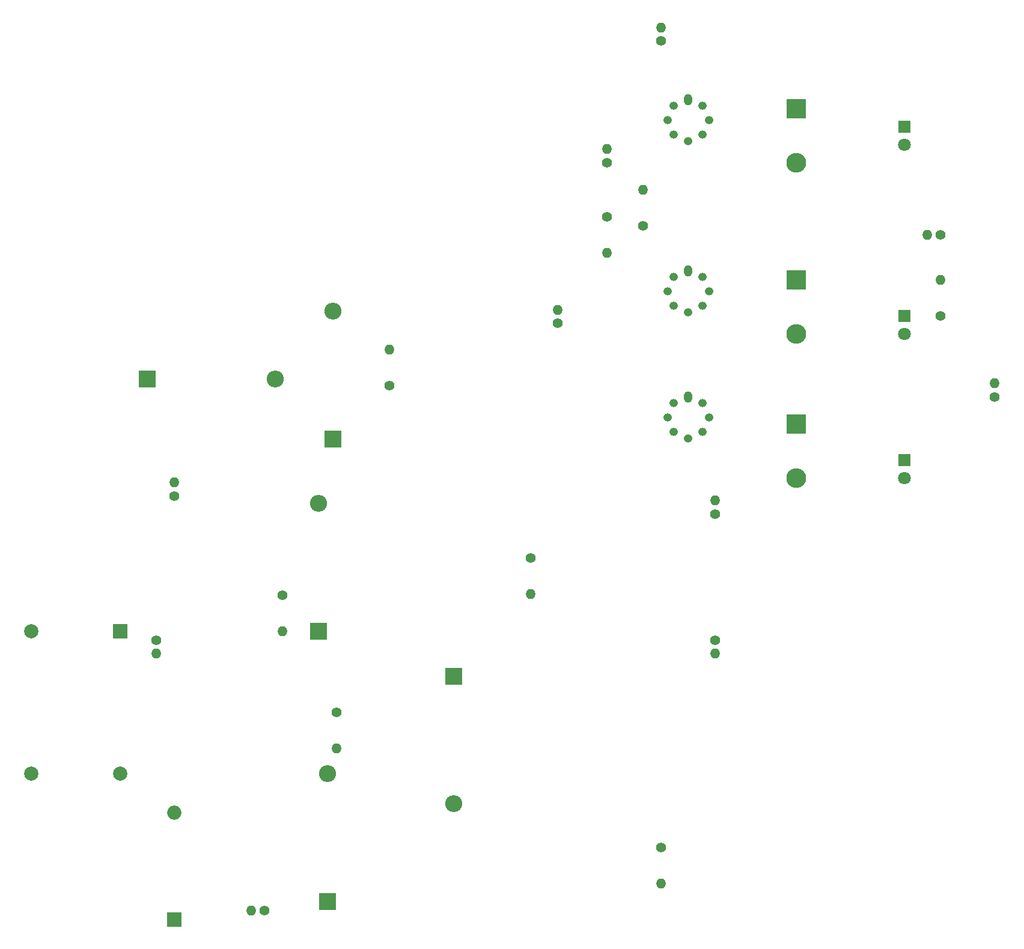
<source format=gbr>
%TF.GenerationSoftware,KiCad,Pcbnew,(5.1.10)-1*%
%TF.CreationDate,2021-06-04T17:59:31+02:00*%
%TF.ProjectId,_Real_EEE3088Project,5f526561-6c5f-4454-9545-333038385072,rev?*%
%TF.SameCoordinates,Original*%
%TF.FileFunction,Soldermask,Bot*%
%TF.FilePolarity,Negative*%
%FSLAX46Y46*%
G04 Gerber Fmt 4.6, Leading zero omitted, Abs format (unit mm)*
G04 Created by KiCad (PCBNEW (5.1.10)-1) date 2021-06-04 17:59:31*
%MOMM*%
%LPD*%
G01*
G04 APERTURE LIST*
%ADD10R,1.800000X1.800000*%
%ADD11C,1.800000*%
%ADD12O,2.400000X2.400000*%
%ADD13R,2.400000X2.400000*%
%ADD14R,2.000000X2.000000*%
%ADD15C,2.000000*%
%ADD16O,2.000000X2.000000*%
%ADD17R,2.800000X2.800000*%
%ADD18O,2.800000X2.800000*%
%ADD19O,1.200000X1.200000*%
%ADD20O,1.200000X1.600000*%
%ADD21O,1.400000X1.400000*%
%ADD22C,1.400000*%
G04 APERTURE END LIST*
D10*
%TO.C,LED3*%
X181610000Y-38100000D03*
D11*
X181610000Y-40640000D03*
%TD*%
D12*
%TO.C,C3*%
X99060000Y-91220000D03*
D13*
X99060000Y-109220000D03*
%TD*%
D14*
%TO.C,L1*%
X71120000Y-109220000D03*
D15*
X71120000Y-129320000D03*
X58620000Y-109220000D03*
X58620000Y-129320000D03*
%TD*%
D14*
%TO.C,C1*%
X78740000Y-149860000D03*
D16*
X78740000Y-134860000D03*
%TD*%
D13*
%TO.C,C2*%
X101060001Y-82144999D03*
D12*
X101060001Y-64144999D03*
%TD*%
D13*
%TO.C,C4*%
X118110000Y-115570000D03*
D12*
X118110000Y-133570000D03*
%TD*%
D13*
%TO.C,C5*%
X74930000Y-73660000D03*
D12*
X92930000Y-73660000D03*
%TD*%
%TO.C,C6*%
X100330000Y-129320000D03*
D13*
X100330000Y-147320000D03*
%TD*%
D17*
%TO.C,D1*%
X166370000Y-80010000D03*
D18*
X166370000Y-87630000D03*
%TD*%
%TO.C,D2*%
X166370000Y-67310000D03*
D17*
X166370000Y-59690000D03*
%TD*%
%TO.C,D3*%
X166370000Y-35560000D03*
D18*
X166370000Y-43180000D03*
%TD*%
D10*
%TO.C,LED1*%
X181610000Y-85090000D03*
D11*
X181610000Y-87630000D03*
%TD*%
%TO.C,LED2*%
X181610000Y-67310000D03*
D10*
X181610000Y-64770000D03*
%TD*%
D19*
%TO.C,OP1*%
X153194752Y-77055248D03*
X154050000Y-79120000D03*
X153194752Y-81184752D03*
X151130000Y-82040000D03*
X149065248Y-81184752D03*
X148210000Y-79120000D03*
X149065248Y-77055248D03*
D20*
X151130000Y-76200000D03*
%TD*%
%TO.C,OP2*%
X151130000Y-58420000D03*
D19*
X149065248Y-59275248D03*
X148210000Y-61340000D03*
X149065248Y-63404752D03*
X151130000Y-64260000D03*
X153194752Y-63404752D03*
X154050000Y-61340000D03*
X153194752Y-59275248D03*
%TD*%
D20*
%TO.C,OP3*%
X151130000Y-34290000D03*
D19*
X149065248Y-35145248D03*
X148210000Y-37210000D03*
X149065248Y-39274752D03*
X151130000Y-40130000D03*
X153194752Y-39274752D03*
X154050000Y-37210000D03*
X153194752Y-35145248D03*
%TD*%
D21*
%TO.C,R1*%
X89540000Y-148590000D03*
D22*
X91440000Y-148590000D03*
%TD*%
%TO.C,R2*%
X76200000Y-110490000D03*
D21*
X76200000Y-112390000D03*
%TD*%
D22*
%TO.C,R3*%
X154940000Y-110490000D03*
D21*
X154940000Y-112390000D03*
%TD*%
D22*
%TO.C,R4*%
X101600000Y-120650000D03*
D21*
X101600000Y-125730000D03*
%TD*%
D22*
%TO.C,R5*%
X93980000Y-104140000D03*
D21*
X93980000Y-109220000D03*
%TD*%
D22*
%TO.C,R6*%
X128985001Y-98944999D03*
D21*
X128985001Y-104024999D03*
%TD*%
%TO.C,R7*%
X109055001Y-69534999D03*
D22*
X109055001Y-74614999D03*
%TD*%
D21*
%TO.C,R8*%
X132745001Y-63924999D03*
D22*
X132745001Y-65824999D03*
%TD*%
D21*
%TO.C,R9*%
X78740000Y-88270000D03*
D22*
X78740000Y-90170000D03*
%TD*%
D21*
%TO.C,R10*%
X194310000Y-74300000D03*
D22*
X194310000Y-76200000D03*
%TD*%
%TO.C,R11*%
X154940000Y-92710000D03*
D21*
X154940000Y-90810000D03*
%TD*%
%TO.C,R12*%
X147320000Y-144780000D03*
D22*
X147320000Y-139700000D03*
%TD*%
D21*
%TO.C,R13*%
X186690000Y-59690000D03*
D22*
X186690000Y-64770000D03*
%TD*%
%TO.C,R14*%
X139700000Y-50800000D03*
D21*
X139700000Y-55880000D03*
%TD*%
%TO.C,R15*%
X144780000Y-46990000D03*
D22*
X144780000Y-52070000D03*
%TD*%
%TO.C,R16*%
X186690000Y-53340000D03*
D21*
X184790000Y-53340000D03*
%TD*%
D22*
%TO.C,R17*%
X139700000Y-43180000D03*
D21*
X139700000Y-41280000D03*
%TD*%
%TO.C,R18*%
X147320000Y-24130000D03*
D22*
X147320000Y-26030000D03*
%TD*%
M02*

</source>
